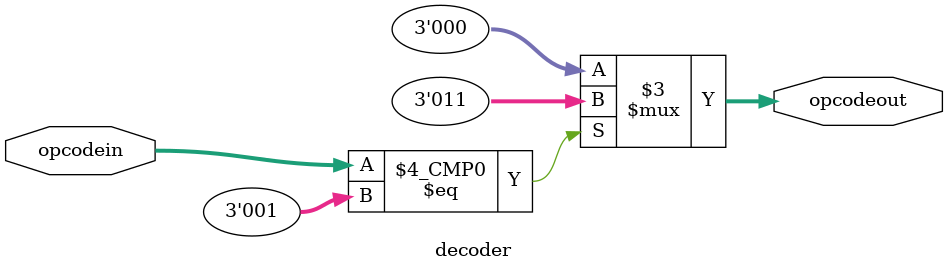
<source format=v>
`timescale 1ns / 1ps
module decoder(
    input [2:0] opcodein,
    output [2:0] opcodeout
    );

	always@(opcodein) begin
		case(opcodein)
			011:opcodeout=3'b001;
			010:opcodeout=3'b010;
			001:opcodeout=3'b011;
			110:opcodeout=3'b100;
			101:opcodeout=3'b101;
			111:opcodeout=3'b110;
			100:opcodeout=3'b111;
			default:opcodeout=000;
		endcase
	end
endmodule

</source>
